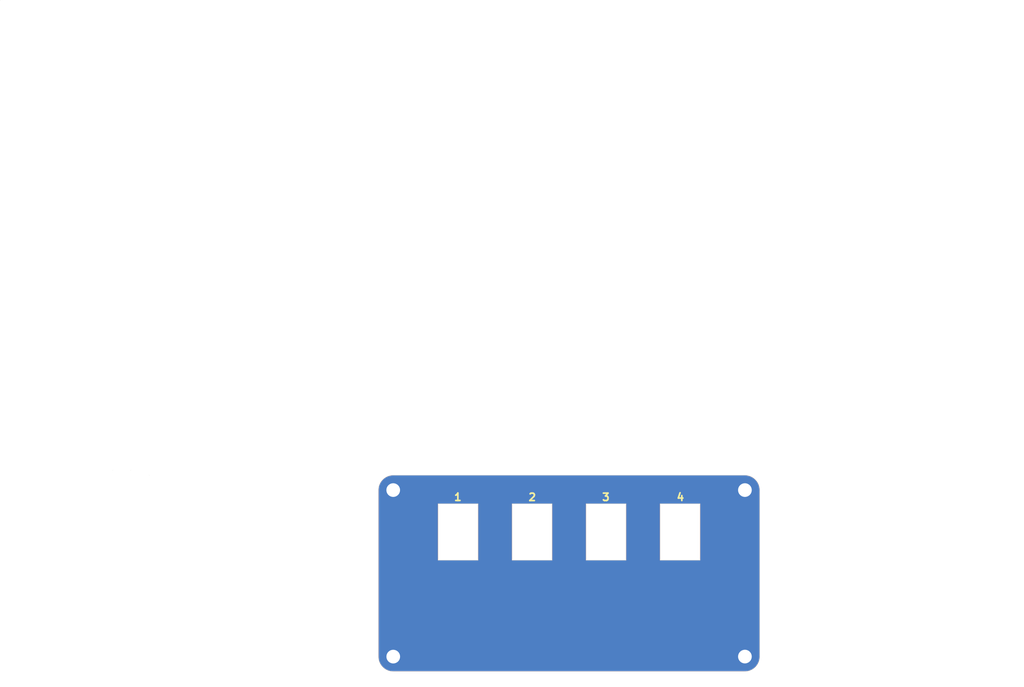
<source format=kicad_pcb>
(kicad_pcb (version 20211014) (generator pcbnew)
  (layers (0 "F.Cu" signal) (31 "B.Cu" signal) (34 "B.Paste" user) (35 "F.Paste" user) (36 "B.SilkS" user "B.Silkscreen") (37 "F.SilkS" user "F.Silkscreen") (38 "B.Mask" user) (39 "F.Mask" user) (44 "Edge.Cuts" user))
  (net 0 "")
  (net 1 "GND")
  (footprint "Pin_Headers:Pin_Header_Straight_1x01_Pitch2.54mm" (layer "F.Cu") (at 86.055366 68.18248)
    (fp_text reference "REF**" hide)
    (fp_text value "Pin_Header_Straight_1x01_Pitch2.54mm" hide)
    (pad "1" thru_hole circle locked (at 0 0) (size 6 6) (drill 3.7) (layers *.Cu *.Mask) (net 1 "GND"))
  )
  (footprint "Pin_Headers:Pin_Header_Straight_1x01_Pitch2.54mm" (layer "F.Cu") (at 181.092006 68.18248)
    (fp_text reference "REF**" hide)
    (fp_text value "Pin_Header_Straight_1x01_Pitch2.54mm" hide)
    (pad "1" thru_hole circle locked (at 0 0) (size 6 6) (drill 3.7) (layers *.Cu *.Mask) (net 1 "GND"))
  )
  (footprint "Pin_Headers:Pin_Header_Straight_1x01_Pitch2.54mm" (layer "F.Cu") (at 181.092006 113.17096)
    (fp_text reference "REF**" hide)
    (fp_text value "Pin_Header_Straight_1x01_Pitch2.54mm" hide)
    (pad "1" thru_hole circle locked (at 0 0) (size 6 6) (drill 3.7) (layers *.Cu *.Mask) (net 1 "GND"))
  )
  (footprint "Pin_Headers:Pin_Header_Straight_1x01_Pitch2.54mm" (layer "F.Cu") (at 86.065526 113.18112)
    (fp_text reference "REF**" hide)
    (fp_text value "Pin_Header_Straight_1x01_Pitch2.54mm" hide)
    (pad "1" thru_hole circle locked (at 0 0) (size 6 6) (drill 3.7) (layers *.Cu *.Mask) (net 1 "GND"))
  )
  (gr_line (start 138.16724 71.87084) (end 148.96724 71.87084) (layer "Edge.Cuts") (width 0.1))
  (gr_line (start 10.254596 62.85) (end 10.254596 62.85) (layer "Edge.Cuts") (width 0.1))
  (gr_line (start 108.97724 71.87084) (end 108.97724 87.13084) (layer "Edge.Cuts") (width 0.1))
  (gr_line (start 15.145404 62.85) (end 15.145404 62.85) (layer "Edge.Cuts") (width 0.1))
  (gr_line (start 82.07224 113.189645) (end 82.07224 68.169645) (layer "Edge.Cuts") (width 0.1))
  (gr_line (start 98.17724 71.87084) (end 108.97724 71.87084) (layer "Edge.Cuts") (width 0.1))
  (gr_line (start 138.16724 71.87084) (end 138.16724 87.13084) (layer "Edge.Cuts") (width 0.1))
  (gr_line (start 128.97724 87.13084) (end 118.17724 87.13084) (layer "Edge.Cuts") (width 0.1))
  (gr_arc (start 181.08224 64.179645) (mid 183.903596 65.348289) (end 185.07224 68.169645) (layer "Edge.Cuts") (width 0.1))
  (gr_line (start -20.15 -64.2) (end -20.15 -64.2) (layer "Edge.Cuts") (width 0.1))
  (gr_line (start 128.97724 71.87084) (end 128.97724 87.13084) (layer "Edge.Cuts") (width 0.1))
  (gr_arc (start 185.07224 113.189645) (mid 183.903596 116.011001) (end 181.08224 117.179645) (layer "Edge.Cuts") (width 0.1))
  (gr_line (start 98.17724 71.87084) (end 98.17724 87.13084) (layer "Edge.Cuts") (width 0.1))
  (gr_line (start 86.06224 64.179645) (end 181.08224 64.179645) (layer "Edge.Cuts") (width 0.1))
  (gr_line (start 108.97724 87.13084) (end 98.17724 87.13084) (layer "Edge.Cuts") (width 0.1))
  (gr_line (start 158.16724 71.87084) (end 158.16724 87.13084) (layer "Edge.Cuts") (width 0.1))
  (gr_line (start 118.17724 71.87084) (end 128.97724 71.87084) (layer "Edge.Cuts") (width 0.1))
  (gr_line (start 168.96724 71.87084) (end 168.96724 87.13084) (layer "Edge.Cuts") (width 0.1))
  (gr_arc (start 82.07224 68.169645) (mid 83.240884 65.348289) (end 86.06224 64.179645) (layer "Edge.Cuts") (width 0.1))
  (gr_line (start 168.96724 87.13084) (end 158.16724 87.13084) (layer "Edge.Cuts") (width 0.1))
  (gr_line (start 185.07224 68.169645) (end 185.07224 113.189645) (layer "Edge.Cuts") (width 0.1))
  (gr_line (start 20.15 64.2) (end 20.15 64.2) (layer "Edge.Cuts") (width 0.1))
  (gr_line (start 181.08224 117.179645) (end 86.06224 117.179645) (layer "Edge.Cuts") (width 0.1))
  (gr_line (start 148.96724 87.13084) (end 138.16724 87.13084) (layer "Edge.Cuts") (width 0.1))
  (gr_arc (start 86.06224 117.179645) (mid 83.240884 116.011001) (end 82.07224 113.189645) (layer "Edge.Cuts") (width 0.1))
  (gr_line (start 148.96724 71.87084) (end 148.96724 87.13084) (layer "Edge.Cuts") (width 0.1))
  (gr_line (start 118.17724 71.87084) (end 118.17724 87.13084) (layer "Edge.Cuts") (width 0.1))
  (gr_line (start 158.16724 71.87084) (end 168.96724 71.87084) (layer "Edge.Cuts") (width 0.1))
  (gr_text "3" (at 143.520326 70.09764) (layer "F.SilkS") (effects (font (size 2 2) (thickness 0.45))))
  (gr_text "4" (at 163.662526 70.09764) (layer "F.SilkS") (effects (font (size 2 2) (thickness 0.45))))
  (gr_text "2" (at 123.621966 70.10272) (layer "F.SilkS") (effects (font (size 2 2) (thickness 0.45))))
  (gr_text "1" (at 103.525486 70.0824) (layer "F.SilkS") (effects (font (size 2 2) (thickness 0.45))))
  (zone (net 1) (net_name "GND") (layer "F.Cu") (connect_pads yes (clearance 0)) (min_thickness 0.254) (fill yes (thermal_gap 0.508) (thermal_bridge_width 0.508))
    (polygon (pts (xy 34.417 60.452) (xy 254.7874 60.97016) (xy 256.0574 121.42216) (xy 32.258 118.745) (xy 33.655 60.706)))
  )
  (zone (net 1) (net_name "GND") (layer "B.Cu") (connect_pads yes (clearance 0)) (min_thickness 0.254) (fill yes (thermal_gap 0.508) (thermal_bridge_width 0.508))
    (polygon (pts (xy 33.655 60.706) (xy 254.9906 59.81192) (xy 256.5146 120.39092) (xy 32.1818 118.19128) (xy 33.75152 60.81776)))
  )
)
</source>
